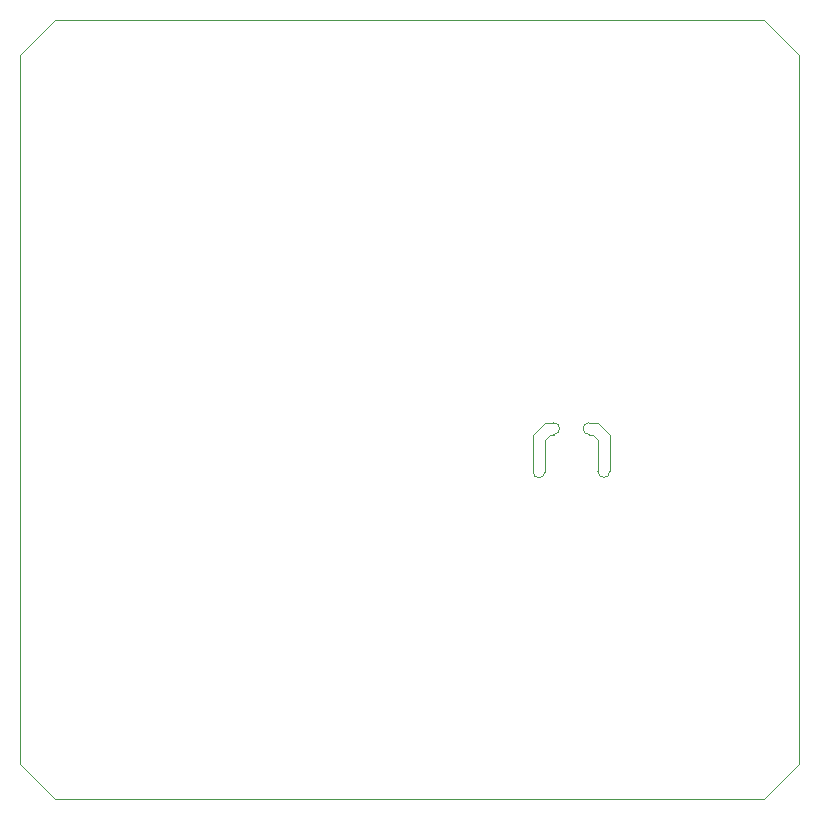
<source format=gm1>
%TF.GenerationSoftware,KiCad,Pcbnew,(5.99.0-10830-g25678ee00d)*%
%TF.CreationDate,2021-08-24T11:38:22+02:00*%
%TF.ProjectId,OpenTurn,4f70656e-5475-4726-9e2e-6b696361645f,rev?*%
%TF.SameCoordinates,Original*%
%TF.FileFunction,Profile,NP*%
%FSLAX46Y46*%
G04 Gerber Fmt 4.6, Leading zero omitted, Abs format (unit mm)*
G04 Created by KiCad (PCBNEW (5.99.0-10830-g25678ee00d)) date 2021-08-24 11:38:22*
%MOMM*%
%LPD*%
G01*
G04 APERTURE LIST*
%TA.AperFunction,Profile*%
%ADD10C,0.050000*%
%TD*%
G04 APERTURE END LIST*
D10*
X94000000Y-157000000D02*
X93999999Y-97000000D01*
X156999999Y-94000000D02*
X96999999Y-94000000D01*
X139200002Y-129125000D02*
X138874998Y-129125000D01*
X143950000Y-129150000D02*
X142925000Y-128125000D01*
X142199998Y-129125000D02*
X142525000Y-129125000D01*
X156999999Y-94000000D02*
X160000000Y-97000000D01*
X142925000Y-128125000D02*
X142200002Y-128125000D01*
X138874998Y-129125000D02*
X138449998Y-129550000D01*
X96999999Y-94000000D02*
X93999999Y-97000000D01*
X139199998Y-128125000D02*
G75*
G02*
X139200002Y-129125000I2J-500000D01*
G01*
X160000000Y-157000000D02*
X160000000Y-97000000D01*
X138474998Y-128125000D02*
X139199998Y-128125000D01*
X97000000Y-160000000D02*
X94000000Y-157000000D01*
X138450000Y-132275000D02*
G75*
G02*
X137450000Y-132275000I-500000J0D01*
G01*
X137450000Y-132275000D02*
X137449998Y-129150000D01*
X142950000Y-132250000D02*
X142950000Y-129550000D01*
X97000000Y-160000000D02*
X157000000Y-160000000D01*
X142525000Y-129125000D02*
X142950000Y-129550000D01*
X142200002Y-128125000D02*
G75*
G03*
X142199998Y-129125000I-2J-500000D01*
G01*
X142950000Y-132250000D02*
G75*
G03*
X143950000Y-132250000I500000J0D01*
G01*
X137449998Y-129150000D02*
X138474998Y-128125000D01*
X138450000Y-132275000D02*
X138449998Y-129550000D01*
X143950000Y-132250000D02*
X143950000Y-129150000D01*
X157000000Y-160000000D02*
X160000000Y-157000000D01*
M02*

</source>
